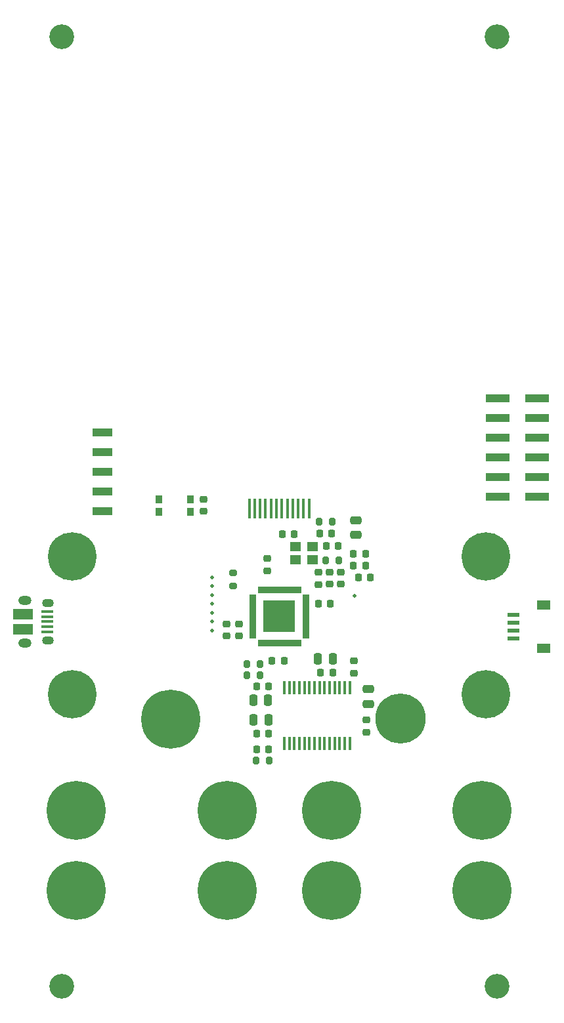
<source format=gbr>
%TF.GenerationSoftware,KiCad,Pcbnew,7.0.6-1.fc38*%
%TF.CreationDate,2023-08-24T18:59:34-07:00*%
%TF.ProjectId,s3gta_panel,73336774-615f-4706-916e-656c2e6b6963,rev?*%
%TF.SameCoordinates,Original*%
%TF.FileFunction,Soldermask,Bot*%
%TF.FilePolarity,Negative*%
%FSLAX46Y46*%
G04 Gerber Fmt 4.6, Leading zero omitted, Abs format (unit mm)*
G04 Created by KiCad (PCBNEW 7.0.6-1.fc38) date 2023-08-24 18:59:34*
%MOMM*%
%LPD*%
G01*
G04 APERTURE LIST*
G04 Aperture macros list*
%AMRoundRect*
0 Rectangle with rounded corners*
0 $1 Rounding radius*
0 $2 $3 $4 $5 $6 $7 $8 $9 X,Y pos of 4 corners*
0 Add a 4 corners polygon primitive as box body*
4,1,4,$2,$3,$4,$5,$6,$7,$8,$9,$2,$3,0*
0 Add four circle primitives for the rounded corners*
1,1,$1+$1,$2,$3*
1,1,$1+$1,$4,$5*
1,1,$1+$1,$6,$7*
1,1,$1+$1,$8,$9*
0 Add four rect primitives between the rounded corners*
20,1,$1+$1,$2,$3,$4,$5,0*
20,1,$1+$1,$4,$5,$6,$7,0*
20,1,$1+$1,$6,$7,$8,$9,0*
20,1,$1+$1,$8,$9,$2,$3,0*%
G04 Aperture macros list end*
%ADD10C,0.010000*%
%ADD11C,3.200000*%
%ADD12C,7.620000*%
%ADD13C,6.248400*%
%ADD14C,6.477000*%
%ADD15R,0.450000X1.750000*%
%ADD16RoundRect,0.225000X-0.225000X-0.250000X0.225000X-0.250000X0.225000X0.250000X-0.225000X0.250000X0*%
%ADD17R,2.500000X1.000000*%
%ADD18R,0.350000X2.500000*%
%ADD19RoundRect,0.250000X-0.250000X-0.475000X0.250000X-0.475000X0.250000X0.475000X-0.250000X0.475000X0*%
%ADD20RoundRect,0.200000X0.200000X0.275000X-0.200000X0.275000X-0.200000X-0.275000X0.200000X-0.275000X0*%
%ADD21RoundRect,0.225000X0.250000X-0.225000X0.250000X0.225000X-0.250000X0.225000X-0.250000X-0.225000X0*%
%ADD22C,0.500000*%
%ADD23R,3.150000X1.000000*%
%ADD24RoundRect,0.225000X0.225000X0.250000X-0.225000X0.250000X-0.225000X-0.250000X0.225000X-0.250000X0*%
%ADD25R,1.800000X1.200000*%
%ADD26R,1.550000X0.600000*%
%ADD27RoundRect,0.225000X-0.250000X0.225000X-0.250000X-0.225000X0.250000X-0.225000X0.250000X0.225000X0*%
%ADD28RoundRect,0.250000X0.250000X0.475000X-0.250000X0.475000X-0.250000X-0.475000X0.250000X-0.475000X0*%
%ADD29RoundRect,0.250000X0.475000X-0.250000X0.475000X0.250000X-0.475000X0.250000X-0.475000X-0.250000X0*%
%ADD30RoundRect,0.200000X-0.200000X-0.275000X0.200000X-0.275000X0.200000X0.275000X-0.200000X0.275000X0*%
%ADD31R,4.100000X4.100000*%
%ADD32R,0.900000X1.000000*%
%ADD33R,1.650000X0.400000*%
%ADD34O,1.700000X1.200000*%
%ADD35O,1.500000X1.100000*%
%ADD36R,2.500000X1.430000*%
%ADD37R,1.400000X1.200000*%
%ADD38RoundRect,0.200000X-0.275000X0.200000X-0.275000X-0.200000X0.275000X-0.200000X0.275000X0.200000X0*%
G04 APERTURE END LIST*
%TO.C,U1*%
D10*
X139686000Y-114570800D02*
X138936000Y-114570800D01*
X138936000Y-114250800D01*
X139686000Y-114250800D01*
X139686000Y-114570800D01*
G36*
X139686000Y-114570800D02*
G01*
X138936000Y-114570800D01*
X138936000Y-114250800D01*
X139686000Y-114250800D01*
X139686000Y-114570800D01*
G37*
X139686000Y-114170800D02*
X138936000Y-114170800D01*
X138936000Y-113850800D01*
X139686000Y-113850800D01*
X139686000Y-114170800D01*
G36*
X139686000Y-114170800D02*
G01*
X138936000Y-114170800D01*
X138936000Y-113850800D01*
X139686000Y-113850800D01*
X139686000Y-114170800D01*
G37*
X139686000Y-113770800D02*
X138936000Y-113770800D01*
X138936000Y-113450800D01*
X139686000Y-113450800D01*
X139686000Y-113770800D01*
G36*
X139686000Y-113770800D02*
G01*
X138936000Y-113770800D01*
X138936000Y-113450800D01*
X139686000Y-113450800D01*
X139686000Y-113770800D01*
G37*
X139686000Y-113370800D02*
X138936000Y-113370800D01*
X138936000Y-113050800D01*
X139686000Y-113050800D01*
X139686000Y-113370800D01*
G36*
X139686000Y-113370800D02*
G01*
X138936000Y-113370800D01*
X138936000Y-113050800D01*
X139686000Y-113050800D01*
X139686000Y-113370800D01*
G37*
X139686000Y-112970800D02*
X138936000Y-112970800D01*
X138936000Y-112650800D01*
X139686000Y-112650800D01*
X139686000Y-112970800D01*
G36*
X139686000Y-112970800D02*
G01*
X138936000Y-112970800D01*
X138936000Y-112650800D01*
X139686000Y-112650800D01*
X139686000Y-112970800D01*
G37*
X139686000Y-112570800D02*
X138936000Y-112570800D01*
X138936000Y-112250800D01*
X139686000Y-112250800D01*
X139686000Y-112570800D01*
G36*
X139686000Y-112570800D02*
G01*
X138936000Y-112570800D01*
X138936000Y-112250800D01*
X139686000Y-112250800D01*
X139686000Y-112570800D01*
G37*
X139686000Y-112170800D02*
X138936000Y-112170800D01*
X138936000Y-111850800D01*
X139686000Y-111850800D01*
X139686000Y-112170800D01*
G36*
X139686000Y-112170800D02*
G01*
X138936000Y-112170800D01*
X138936000Y-111850800D01*
X139686000Y-111850800D01*
X139686000Y-112170800D01*
G37*
X139686000Y-111770800D02*
X138936000Y-111770800D01*
X138936000Y-111450800D01*
X139686000Y-111450800D01*
X139686000Y-111770800D01*
G36*
X139686000Y-111770800D02*
G01*
X138936000Y-111770800D01*
X138936000Y-111450800D01*
X139686000Y-111450800D01*
X139686000Y-111770800D01*
G37*
X139686000Y-111370800D02*
X138936000Y-111370800D01*
X138936000Y-111050800D01*
X139686000Y-111050800D01*
X139686000Y-111370800D01*
G36*
X139686000Y-111370800D02*
G01*
X138936000Y-111370800D01*
X138936000Y-111050800D01*
X139686000Y-111050800D01*
X139686000Y-111370800D01*
G37*
X139686000Y-110970800D02*
X138936000Y-110970800D01*
X138936000Y-110650800D01*
X139686000Y-110650800D01*
X139686000Y-110970800D01*
G36*
X139686000Y-110970800D02*
G01*
X138936000Y-110970800D01*
X138936000Y-110650800D01*
X139686000Y-110650800D01*
X139686000Y-110970800D01*
G37*
X139686000Y-110570800D02*
X138936000Y-110570800D01*
X138936000Y-110250800D01*
X139686000Y-110250800D01*
X139686000Y-110570800D01*
G36*
X139686000Y-110570800D02*
G01*
X138936000Y-110570800D01*
X138936000Y-110250800D01*
X139686000Y-110250800D01*
X139686000Y-110570800D01*
G37*
X139686000Y-110170800D02*
X138936000Y-110170800D01*
X138936000Y-109850800D01*
X139686000Y-109850800D01*
X139686000Y-110170800D01*
G36*
X139686000Y-110170800D02*
G01*
X138936000Y-110170800D01*
X138936000Y-109850800D01*
X139686000Y-109850800D01*
X139686000Y-110170800D01*
G37*
X139686000Y-109770800D02*
X138936000Y-109770800D01*
X138936000Y-109450800D01*
X139686000Y-109450800D01*
X139686000Y-109770800D01*
G36*
X139686000Y-109770800D02*
G01*
X138936000Y-109770800D01*
X138936000Y-109450800D01*
X139686000Y-109450800D01*
X139686000Y-109770800D01*
G37*
X139686000Y-109370800D02*
X138936000Y-109370800D01*
X138936000Y-109050800D01*
X139686000Y-109050800D01*
X139686000Y-109370800D01*
G36*
X139686000Y-109370800D02*
G01*
X138936000Y-109370800D01*
X138936000Y-109050800D01*
X139686000Y-109050800D01*
X139686000Y-109370800D01*
G37*
X138646000Y-115610800D02*
X138326000Y-115610800D01*
X138326000Y-114860800D01*
X138646000Y-114860800D01*
X138646000Y-115610800D01*
G36*
X138646000Y-115610800D02*
G01*
X138326000Y-115610800D01*
X138326000Y-114860800D01*
X138646000Y-114860800D01*
X138646000Y-115610800D01*
G37*
X138646000Y-108760800D02*
X138326000Y-108760800D01*
X138326000Y-108010800D01*
X138646000Y-108010800D01*
X138646000Y-108760800D01*
G36*
X138646000Y-108760800D02*
G01*
X138326000Y-108760800D01*
X138326000Y-108010800D01*
X138646000Y-108010800D01*
X138646000Y-108760800D01*
G37*
X138246000Y-115610800D02*
X137926000Y-115610800D01*
X137926000Y-114860800D01*
X138246000Y-114860800D01*
X138246000Y-115610800D01*
G36*
X138246000Y-115610800D02*
G01*
X137926000Y-115610800D01*
X137926000Y-114860800D01*
X138246000Y-114860800D01*
X138246000Y-115610800D01*
G37*
X138246000Y-108760800D02*
X137926000Y-108760800D01*
X137926000Y-108010800D01*
X138246000Y-108010800D01*
X138246000Y-108760800D01*
G36*
X138246000Y-108760800D02*
G01*
X137926000Y-108760800D01*
X137926000Y-108010800D01*
X138246000Y-108010800D01*
X138246000Y-108760800D01*
G37*
X137846000Y-115610800D02*
X137526000Y-115610800D01*
X137526000Y-114860800D01*
X137846000Y-114860800D01*
X137846000Y-115610800D01*
G36*
X137846000Y-115610800D02*
G01*
X137526000Y-115610800D01*
X137526000Y-114860800D01*
X137846000Y-114860800D01*
X137846000Y-115610800D01*
G37*
X137846000Y-108760800D02*
X137526000Y-108760800D01*
X137526000Y-108010800D01*
X137846000Y-108010800D01*
X137846000Y-108760800D01*
G36*
X137846000Y-108760800D02*
G01*
X137526000Y-108760800D01*
X137526000Y-108010800D01*
X137846000Y-108010800D01*
X137846000Y-108760800D01*
G37*
X137446000Y-115610800D02*
X137126000Y-115610800D01*
X137126000Y-114860800D01*
X137446000Y-114860800D01*
X137446000Y-115610800D01*
G36*
X137446000Y-115610800D02*
G01*
X137126000Y-115610800D01*
X137126000Y-114860800D01*
X137446000Y-114860800D01*
X137446000Y-115610800D01*
G37*
X137446000Y-108760800D02*
X137126000Y-108760800D01*
X137126000Y-108010800D01*
X137446000Y-108010800D01*
X137446000Y-108760800D01*
G36*
X137446000Y-108760800D02*
G01*
X137126000Y-108760800D01*
X137126000Y-108010800D01*
X137446000Y-108010800D01*
X137446000Y-108760800D01*
G37*
X137046000Y-115610800D02*
X136726000Y-115610800D01*
X136726000Y-114860800D01*
X137046000Y-114860800D01*
X137046000Y-115610800D01*
G36*
X137046000Y-115610800D02*
G01*
X136726000Y-115610800D01*
X136726000Y-114860800D01*
X137046000Y-114860800D01*
X137046000Y-115610800D01*
G37*
X137046000Y-108760800D02*
X136726000Y-108760800D01*
X136726000Y-108010800D01*
X137046000Y-108010800D01*
X137046000Y-108760800D01*
G36*
X137046000Y-108760800D02*
G01*
X136726000Y-108760800D01*
X136726000Y-108010800D01*
X137046000Y-108010800D01*
X137046000Y-108760800D01*
G37*
X136646000Y-115610800D02*
X136326000Y-115610800D01*
X136326000Y-114860800D01*
X136646000Y-114860800D01*
X136646000Y-115610800D01*
G36*
X136646000Y-115610800D02*
G01*
X136326000Y-115610800D01*
X136326000Y-114860800D01*
X136646000Y-114860800D01*
X136646000Y-115610800D01*
G37*
X136646000Y-108760800D02*
X136326000Y-108760800D01*
X136326000Y-108010800D01*
X136646000Y-108010800D01*
X136646000Y-108760800D01*
G36*
X136646000Y-108760800D02*
G01*
X136326000Y-108760800D01*
X136326000Y-108010800D01*
X136646000Y-108010800D01*
X136646000Y-108760800D01*
G37*
X136246000Y-115610800D02*
X135926000Y-115610800D01*
X135926000Y-114860800D01*
X136246000Y-114860800D01*
X136246000Y-115610800D01*
G36*
X136246000Y-115610800D02*
G01*
X135926000Y-115610800D01*
X135926000Y-114860800D01*
X136246000Y-114860800D01*
X136246000Y-115610800D01*
G37*
X136246000Y-108760800D02*
X135926000Y-108760800D01*
X135926000Y-108010800D01*
X136246000Y-108010800D01*
X136246000Y-108760800D01*
G36*
X136246000Y-108760800D02*
G01*
X135926000Y-108760800D01*
X135926000Y-108010800D01*
X136246000Y-108010800D01*
X136246000Y-108760800D01*
G37*
X135846000Y-115610800D02*
X135526000Y-115610800D01*
X135526000Y-114860800D01*
X135846000Y-114860800D01*
X135846000Y-115610800D01*
G36*
X135846000Y-115610800D02*
G01*
X135526000Y-115610800D01*
X135526000Y-114860800D01*
X135846000Y-114860800D01*
X135846000Y-115610800D01*
G37*
X135846000Y-108760800D02*
X135526000Y-108760800D01*
X135526000Y-108010800D01*
X135846000Y-108010800D01*
X135846000Y-108760800D01*
G36*
X135846000Y-108760800D02*
G01*
X135526000Y-108760800D01*
X135526000Y-108010800D01*
X135846000Y-108010800D01*
X135846000Y-108760800D01*
G37*
X135446000Y-115610800D02*
X135126000Y-115610800D01*
X135126000Y-114860800D01*
X135446000Y-114860800D01*
X135446000Y-115610800D01*
G36*
X135446000Y-115610800D02*
G01*
X135126000Y-115610800D01*
X135126000Y-114860800D01*
X135446000Y-114860800D01*
X135446000Y-115610800D01*
G37*
X135446000Y-108760800D02*
X135126000Y-108760800D01*
X135126000Y-108010800D01*
X135446000Y-108010800D01*
X135446000Y-108760800D01*
G36*
X135446000Y-108760800D02*
G01*
X135126000Y-108760800D01*
X135126000Y-108010800D01*
X135446000Y-108010800D01*
X135446000Y-108760800D01*
G37*
X135046000Y-115610800D02*
X134726000Y-115610800D01*
X134726000Y-114860800D01*
X135046000Y-114860800D01*
X135046000Y-115610800D01*
G36*
X135046000Y-115610800D02*
G01*
X134726000Y-115610800D01*
X134726000Y-114860800D01*
X135046000Y-114860800D01*
X135046000Y-115610800D01*
G37*
X135046000Y-108760800D02*
X134726000Y-108760800D01*
X134726000Y-108010800D01*
X135046000Y-108010800D01*
X135046000Y-108760800D01*
G36*
X135046000Y-108760800D02*
G01*
X134726000Y-108760800D01*
X134726000Y-108010800D01*
X135046000Y-108010800D01*
X135046000Y-108760800D01*
G37*
X134646000Y-115610800D02*
X134326000Y-115610800D01*
X134326000Y-114860800D01*
X134646000Y-114860800D01*
X134646000Y-115610800D01*
G36*
X134646000Y-115610800D02*
G01*
X134326000Y-115610800D01*
X134326000Y-114860800D01*
X134646000Y-114860800D01*
X134646000Y-115610800D01*
G37*
X134646000Y-108760800D02*
X134326000Y-108760800D01*
X134326000Y-108010800D01*
X134646000Y-108010800D01*
X134646000Y-108760800D01*
G36*
X134646000Y-108760800D02*
G01*
X134326000Y-108760800D01*
X134326000Y-108010800D01*
X134646000Y-108010800D01*
X134646000Y-108760800D01*
G37*
X134246000Y-115610800D02*
X133926000Y-115610800D01*
X133926000Y-114860800D01*
X134246000Y-114860800D01*
X134246000Y-115610800D01*
G36*
X134246000Y-115610800D02*
G01*
X133926000Y-115610800D01*
X133926000Y-114860800D01*
X134246000Y-114860800D01*
X134246000Y-115610800D01*
G37*
X134246000Y-108760800D02*
X133926000Y-108760800D01*
X133926000Y-108010800D01*
X134246000Y-108010800D01*
X134246000Y-108760800D01*
G36*
X134246000Y-108760800D02*
G01*
X133926000Y-108760800D01*
X133926000Y-108010800D01*
X134246000Y-108010800D01*
X134246000Y-108760800D01*
G37*
X133846000Y-115610800D02*
X133526000Y-115610800D01*
X133526000Y-114860800D01*
X133846000Y-114860800D01*
X133846000Y-115610800D01*
G36*
X133846000Y-115610800D02*
G01*
X133526000Y-115610800D01*
X133526000Y-114860800D01*
X133846000Y-114860800D01*
X133846000Y-115610800D01*
G37*
X133846000Y-108760800D02*
X133526000Y-108760800D01*
X133526000Y-108010800D01*
X133846000Y-108010800D01*
X133846000Y-108760800D01*
G36*
X133846000Y-108760800D02*
G01*
X133526000Y-108760800D01*
X133526000Y-108010800D01*
X133846000Y-108010800D01*
X133846000Y-108760800D01*
G37*
X133446000Y-115610800D02*
X133126000Y-115610800D01*
X133126000Y-114860800D01*
X133446000Y-114860800D01*
X133446000Y-115610800D01*
G36*
X133446000Y-115610800D02*
G01*
X133126000Y-115610800D01*
X133126000Y-114860800D01*
X133446000Y-114860800D01*
X133446000Y-115610800D01*
G37*
X133446000Y-108760800D02*
X133126000Y-108760800D01*
X133126000Y-108010800D01*
X133446000Y-108010800D01*
X133446000Y-108760800D01*
G36*
X133446000Y-108760800D02*
G01*
X133126000Y-108760800D01*
X133126000Y-108010800D01*
X133446000Y-108010800D01*
X133446000Y-108760800D01*
G37*
X132836000Y-114570800D02*
X132086000Y-114570800D01*
X132086000Y-114250800D01*
X132836000Y-114250800D01*
X132836000Y-114570800D01*
G36*
X132836000Y-114570800D02*
G01*
X132086000Y-114570800D01*
X132086000Y-114250800D01*
X132836000Y-114250800D01*
X132836000Y-114570800D01*
G37*
X132836000Y-114170800D02*
X132086000Y-114170800D01*
X132086000Y-113850800D01*
X132836000Y-113850800D01*
X132836000Y-114170800D01*
G36*
X132836000Y-114170800D02*
G01*
X132086000Y-114170800D01*
X132086000Y-113850800D01*
X132836000Y-113850800D01*
X132836000Y-114170800D01*
G37*
X132836000Y-113770800D02*
X132086000Y-113770800D01*
X132086000Y-113450800D01*
X132836000Y-113450800D01*
X132836000Y-113770800D01*
G36*
X132836000Y-113770800D02*
G01*
X132086000Y-113770800D01*
X132086000Y-113450800D01*
X132836000Y-113450800D01*
X132836000Y-113770800D01*
G37*
X132836000Y-113370800D02*
X132086000Y-113370800D01*
X132086000Y-113050800D01*
X132836000Y-113050800D01*
X132836000Y-113370800D01*
G36*
X132836000Y-113370800D02*
G01*
X132086000Y-113370800D01*
X132086000Y-113050800D01*
X132836000Y-113050800D01*
X132836000Y-113370800D01*
G37*
X132836000Y-112970800D02*
X132086000Y-112970800D01*
X132086000Y-112650800D01*
X132836000Y-112650800D01*
X132836000Y-112970800D01*
G36*
X132836000Y-112970800D02*
G01*
X132086000Y-112970800D01*
X132086000Y-112650800D01*
X132836000Y-112650800D01*
X132836000Y-112970800D01*
G37*
X132836000Y-112570800D02*
X132086000Y-112570800D01*
X132086000Y-112250800D01*
X132836000Y-112250800D01*
X132836000Y-112570800D01*
G36*
X132836000Y-112570800D02*
G01*
X132086000Y-112570800D01*
X132086000Y-112250800D01*
X132836000Y-112250800D01*
X132836000Y-112570800D01*
G37*
X132836000Y-112170800D02*
X132086000Y-112170800D01*
X132086000Y-111850800D01*
X132836000Y-111850800D01*
X132836000Y-112170800D01*
G36*
X132836000Y-112170800D02*
G01*
X132086000Y-112170800D01*
X132086000Y-111850800D01*
X132836000Y-111850800D01*
X132836000Y-112170800D01*
G37*
X132836000Y-111770800D02*
X132086000Y-111770800D01*
X132086000Y-111450800D01*
X132836000Y-111450800D01*
X132836000Y-111770800D01*
G36*
X132836000Y-111770800D02*
G01*
X132086000Y-111770800D01*
X132086000Y-111450800D01*
X132836000Y-111450800D01*
X132836000Y-111770800D01*
G37*
X132836000Y-111370800D02*
X132086000Y-111370800D01*
X132086000Y-111050800D01*
X132836000Y-111050800D01*
X132836000Y-111370800D01*
G36*
X132836000Y-111370800D02*
G01*
X132086000Y-111370800D01*
X132086000Y-111050800D01*
X132836000Y-111050800D01*
X132836000Y-111370800D01*
G37*
X132836000Y-110970800D02*
X132086000Y-110970800D01*
X132086000Y-110650800D01*
X132836000Y-110650800D01*
X132836000Y-110970800D01*
G36*
X132836000Y-110970800D02*
G01*
X132086000Y-110970800D01*
X132086000Y-110650800D01*
X132836000Y-110650800D01*
X132836000Y-110970800D01*
G37*
X132836000Y-110570800D02*
X132086000Y-110570800D01*
X132086000Y-110250800D01*
X132836000Y-110250800D01*
X132836000Y-110570800D01*
G36*
X132836000Y-110570800D02*
G01*
X132086000Y-110570800D01*
X132086000Y-110250800D01*
X132836000Y-110250800D01*
X132836000Y-110570800D01*
G37*
X132836000Y-110170800D02*
X132086000Y-110170800D01*
X132086000Y-109850800D01*
X132836000Y-109850800D01*
X132836000Y-110170800D01*
G36*
X132836000Y-110170800D02*
G01*
X132086000Y-110170800D01*
X132086000Y-109850800D01*
X132836000Y-109850800D01*
X132836000Y-110170800D01*
G37*
X132836000Y-109770800D02*
X132086000Y-109770800D01*
X132086000Y-109450800D01*
X132836000Y-109450800D01*
X132836000Y-109770800D01*
G36*
X132836000Y-109770800D02*
G01*
X132086000Y-109770800D01*
X132086000Y-109450800D01*
X132836000Y-109450800D01*
X132836000Y-109770800D01*
G37*
X132836000Y-109370800D02*
X132086000Y-109370800D01*
X132086000Y-109050800D01*
X132836000Y-109050800D01*
X132836000Y-109370800D01*
G36*
X132836000Y-109370800D02*
G01*
X132086000Y-109370800D01*
X132086000Y-109050800D01*
X132836000Y-109050800D01*
X132836000Y-109370800D01*
G37*
%TD*%
D11*
%TO.C,H2*%
X163957000Y-37033200D03*
%TD*%
D12*
%TO.C,H7*%
X129159000Y-147193000D03*
%TD*%
%TO.C,H8*%
X129159000Y-136906000D03*
%TD*%
%TO.C,H5*%
X109728000Y-136906000D03*
%TD*%
D11*
%TO.C,H4*%
X163957000Y-159562800D03*
%TD*%
D12*
%TO.C,H6*%
X109728000Y-147193000D03*
%TD*%
D13*
%TO.C,H13*%
X162560000Y-104140000D03*
%TD*%
D12*
%TO.C,H15*%
X162052000Y-147193000D03*
%TD*%
%TO.C,H16*%
X162052000Y-136906000D03*
%TD*%
D11*
%TO.C,H3*%
X107823000Y-159562800D03*
%TD*%
D12*
%TO.C,H17*%
X121920000Y-125095000D03*
%TD*%
D14*
%TO.C,H18*%
X151511000Y-124995000D03*
%TD*%
D13*
%TO.C,H10*%
X109220000Y-104140000D03*
%TD*%
D11*
%TO.C,H1*%
X107823000Y-37033200D03*
%TD*%
D12*
%TO.C,H14*%
X142621000Y-147193000D03*
%TD*%
D13*
%TO.C,H11*%
X109220000Y-121920000D03*
%TD*%
%TO.C,H12*%
X162560000Y-121920000D03*
%TD*%
D12*
%TO.C,H9*%
X142621000Y-136906000D03*
%TD*%
D15*
%TO.C,U2*%
X136541800Y-121012400D03*
X137191800Y-121012400D03*
X137841800Y-121012400D03*
X138491800Y-121012400D03*
X139141800Y-121012400D03*
X139791800Y-121012400D03*
X140441800Y-121012400D03*
X141091800Y-121012400D03*
X141741800Y-121012400D03*
X142391800Y-121012400D03*
X143041800Y-121012400D03*
X143691800Y-121012400D03*
X144341800Y-121012400D03*
X144991800Y-121012400D03*
X144991800Y-128212400D03*
X144341800Y-128212400D03*
X143691800Y-128212400D03*
X143041800Y-128212400D03*
X142391800Y-128212400D03*
X141741800Y-128212400D03*
X141091800Y-128212400D03*
X140441800Y-128212400D03*
X139791800Y-128212400D03*
X139141800Y-128212400D03*
X138491800Y-128212400D03*
X137841800Y-128212400D03*
X137191800Y-128212400D03*
X136541800Y-128212400D03*
%TD*%
D16*
%TO.C,C12*%
X141973000Y-102768400D03*
X143523000Y-102768400D03*
%TD*%
D17*
%TO.C,J3*%
X113068600Y-88138000D03*
X113068600Y-90678000D03*
X113068600Y-93218000D03*
X113068600Y-95758000D03*
X113068600Y-98298000D03*
%TD*%
D18*
%TO.C,DISP1*%
X139740000Y-97917000D03*
X139040000Y-97917000D03*
X138340000Y-97917000D03*
X137640000Y-97917000D03*
X136940000Y-97917000D03*
X136240000Y-97917000D03*
X135540000Y-97917000D03*
X134840000Y-97917000D03*
X134140000Y-97917000D03*
X133440000Y-97917000D03*
X132740000Y-97917000D03*
X132040000Y-97917000D03*
%TD*%
D19*
%TO.C,C21*%
X132603200Y-125222000D03*
X134503200Y-125222000D03*
%TD*%
D20*
%TO.C,R5*%
X142709400Y-99618800D03*
X141059400Y-99618800D03*
%TD*%
D21*
%TO.C,C14*%
X134315200Y-105931000D03*
X134315200Y-104381000D03*
%TD*%
D22*
%TO.C,TP8*%
X127254000Y-111379000D03*
%TD*%
D23*
%TO.C,J4*%
X169149000Y-83693000D03*
X164099000Y-83693000D03*
X169149000Y-86233000D03*
X164099000Y-86233000D03*
X169149000Y-88773000D03*
X164099000Y-88773000D03*
X169149000Y-91313000D03*
X164099000Y-91313000D03*
X169149000Y-93853000D03*
X164099000Y-93853000D03*
X169149000Y-96393000D03*
X164099000Y-96393000D03*
%TD*%
D24*
%TO.C,C19*%
X134518400Y-120904000D03*
X132968400Y-120904000D03*
%TD*%
D25*
%TO.C,J1*%
X169991000Y-110381000D03*
X169991000Y-115981000D03*
D26*
X166116000Y-111681000D03*
X166116000Y-112681000D03*
X166116000Y-113681000D03*
X166116000Y-114681000D03*
%TD*%
D22*
%TO.C,TP11*%
X127254000Y-107950000D03*
%TD*%
D27*
%TO.C,C23*%
X147116800Y-125209000D03*
X147116800Y-126759000D03*
%TD*%
D24*
%TO.C,C13*%
X137846400Y-101193600D03*
X136296400Y-101193600D03*
%TD*%
D28*
%TO.C,C17*%
X134467600Y-122631200D03*
X132567600Y-122631200D03*
%TD*%
D27*
%TO.C,C10*%
X142392400Y-106146000D03*
X142392400Y-107696000D03*
%TD*%
D29*
%TO.C,C22*%
X147370800Y-123124000D03*
X147370800Y-121224000D03*
%TD*%
D22*
%TO.C,TP12*%
X127254000Y-106807000D03*
%TD*%
%TO.C,TP6*%
X127254000Y-113665000D03*
%TD*%
%TO.C,TP10*%
X127254000Y-109093000D03*
%TD*%
%TO.C,TP9*%
X127254000Y-110236000D03*
%TD*%
D16*
%TO.C,C20*%
X141248800Y-119075200D03*
X142798800Y-119075200D03*
%TD*%
%TO.C,C3*%
X145478200Y-103733600D03*
X147028200Y-103733600D03*
%TD*%
D30*
%TO.C,R7*%
X132931400Y-130454400D03*
X134581400Y-130454400D03*
%TD*%
D16*
%TO.C,L2*%
X146087800Y-106781600D03*
X147637800Y-106781600D03*
%TD*%
D24*
%TO.C,C25*%
X134518400Y-128981200D03*
X132968400Y-128981200D03*
%TD*%
D31*
%TO.C,U1*%
X135886000Y-111810800D03*
%TD*%
D16*
%TO.C,C24*%
X132968400Y-126949200D03*
X134518400Y-126949200D03*
%TD*%
D29*
%TO.C,C2*%
X145796000Y-101330800D03*
X145796000Y-99430800D03*
%TD*%
D30*
%TO.C,R4*%
X141910800Y-104648000D03*
X143560800Y-104648000D03*
%TD*%
D27*
%TO.C,C9*%
X140919200Y-106159000D03*
X140919200Y-107709000D03*
%TD*%
D32*
%TO.C,SW1*%
X124460000Y-96723000D03*
X120360000Y-96723000D03*
X124460000Y-98323000D03*
X120360000Y-98323000D03*
%TD*%
D22*
%TO.C,TP5*%
X145643600Y-109220000D03*
%TD*%
D33*
%TO.C,J2*%
X105995600Y-113822000D03*
X105995600Y-113172000D03*
X105995600Y-112522000D03*
X105995600Y-111872000D03*
X105995600Y-111222000D03*
D34*
X103115600Y-115252000D03*
D35*
X106115600Y-114942000D03*
D36*
X102875600Y-113482000D03*
X102875600Y-111562000D03*
D35*
X106115600Y-110102000D03*
D34*
X103115600Y-109792000D03*
%TD*%
D21*
%TO.C,C15*%
X130678400Y-114376800D03*
X130678400Y-112826800D03*
%TD*%
D27*
%TO.C,C8*%
X143865600Y-106146000D03*
X143865600Y-107696000D03*
%TD*%
D22*
%TO.C,TP7*%
X127254000Y-112522000D03*
%TD*%
D20*
%TO.C,R2*%
X133413000Y-119430800D03*
X131763000Y-119430800D03*
%TD*%
D16*
%TO.C,C26*%
X141109400Y-101142800D03*
X142659400Y-101142800D03*
%TD*%
%TO.C,C5*%
X145478200Y-105257600D03*
X147028200Y-105257600D03*
%TD*%
%TO.C,C7*%
X140957000Y-110185200D03*
X142507000Y-110185200D03*
%TD*%
D27*
%TO.C,L1*%
X145542000Y-117602000D03*
X145542000Y-119152000D03*
%TD*%
D37*
%TO.C,Y1*%
X140172800Y-104546400D03*
X137972800Y-104546400D03*
X137972800Y-102846400D03*
X140172800Y-102846400D03*
%TD*%
D27*
%TO.C,C1*%
X126169200Y-96748000D03*
X126169200Y-98298000D03*
%TD*%
D21*
%TO.C,C16*%
X129133600Y-114363800D03*
X129133600Y-112813800D03*
%TD*%
D24*
%TO.C,C11*%
X136512600Y-117551200D03*
X134962600Y-117551200D03*
%TD*%
D19*
%TO.C,C18*%
X140883600Y-117348000D03*
X142783600Y-117348000D03*
%TD*%
D38*
%TO.C,R1*%
X129946400Y-106236000D03*
X129946400Y-107886000D03*
%TD*%
D20*
%TO.C,R3*%
X133413000Y-117957600D03*
X131763000Y-117957600D03*
%TD*%
M02*

</source>
